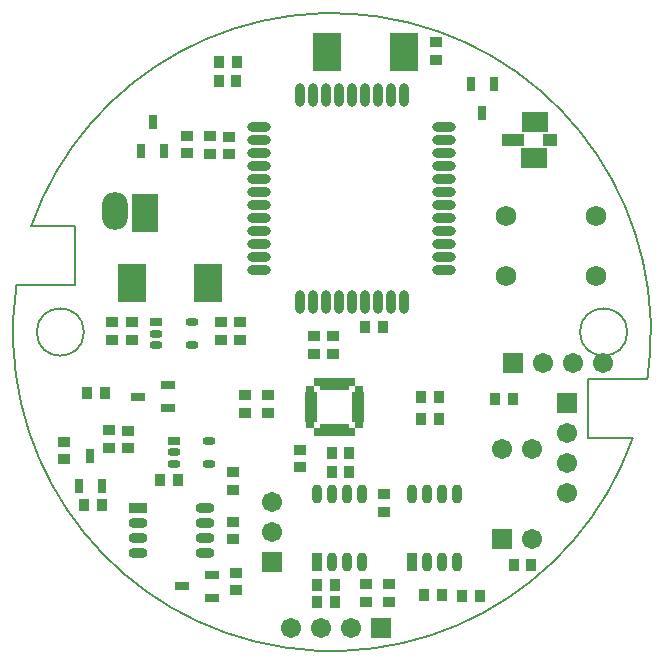
<source format=gts>
%FSLAX25Y25*%
%MOIN*%
G70*
G01*
G75*
G04 Layer_Color=8388736*
%ADD10R,0.02756X0.03347*%
%ADD11R,0.03347X0.02756*%
%ADD12R,0.03937X0.03150*%
%ADD13R,0.07874X0.06000*%
%ADD14R,0.07000X0.03150*%
%ADD15O,0.07087X0.02362*%
%ADD16O,0.02362X0.07087*%
%ADD17R,0.03937X0.02362*%
%ADD18R,0.02362X0.03937*%
%ADD19R,0.01181X0.02165*%
%ADD20R,0.01181X0.03150*%
%ADD21R,0.02165X0.01181*%
%ADD22R,0.03150X0.01181*%
%ADD23O,0.05500X0.02500*%
%ADD24R,0.05500X0.02500*%
%ADD25R,0.08661X0.11811*%
%ADD26O,0.02500X0.05500*%
%ADD27R,0.02500X0.05500*%
%ADD28O,0.03543X0.01969*%
%ADD29R,0.03543X0.01969*%
%ADD30O,0.03543X0.01969*%
%ADD31C,0.01000*%
%ADD32C,0.00800*%
%ADD33C,0.03000*%
%ADD34C,0.02000*%
%ADD35C,0.04000*%
%ADD36C,0.05000*%
%ADD37C,0.06000*%
%ADD38C,0.00600*%
%ADD39C,0.02500*%
%ADD40C,0.00500*%
%ADD41C,0.06000*%
%ADD42R,0.05906X0.05906*%
%ADD43C,0.05906*%
%ADD44R,0.05906X0.05906*%
%ADD45O,0.07874X0.11811*%
%ADD46R,0.07874X0.11811*%
%ADD47C,0.03000*%
%ADD48C,0.02000*%
%ADD49C,0.05000*%
%ADD50R,0.02559X0.04843*%
%ADD51R,0.02756X0.08268*%
%ADD52R,0.01575X0.03347*%
%ADD53C,0.07000*%
%ADD54C,0.02362*%
%ADD55C,0.00984*%
%ADD56C,0.00787*%
%ADD57R,0.01575X0.11811*%
%ADD58R,0.03556X0.04147*%
%ADD59R,0.04147X0.03556*%
%ADD60R,0.04737X0.03950*%
%ADD61R,0.08674X0.06800*%
%ADD62R,0.07800X0.03950*%
%ADD63O,0.07887X0.03162*%
%ADD64O,0.03162X0.07887*%
%ADD65R,0.04737X0.03162*%
%ADD66R,0.03162X0.04737*%
%ADD67R,0.01981X0.02965*%
%ADD68R,0.01981X0.03950*%
%ADD69R,0.02965X0.01981*%
%ADD70R,0.03950X0.01981*%
%ADD71O,0.06300X0.03300*%
%ADD72R,0.06300X0.03300*%
%ADD73R,0.09461X0.12611*%
%ADD74O,0.03300X0.06300*%
%ADD75R,0.03300X0.06300*%
%ADD76O,0.04343X0.02769*%
%ADD77R,0.04343X0.02769*%
%ADD78O,0.04343X0.02769*%
%ADD79C,0.06800*%
%ADD80R,0.06706X0.06706*%
%ADD81C,0.06706*%
%ADD82R,0.06706X0.06706*%
%ADD83O,0.08674X0.12611*%
%ADD84R,0.08674X0.12611*%
D40*
X98425Y49D02*
G03*
X98425Y0I-7874J-49D01*
G01*
X-82677Y49D02*
G03*
X-82677Y0I-7874J-49D01*
G01*
X-105128Y15737D02*
G03*
X100221Y-35430I105128J-15737D01*
G01*
X105123Y-15766D02*
G03*
X-100244Y35364I-105123J15766D01*
G01*
X85315Y-15748D02*
X105000D01*
X85315Y-35433D02*
X100229D01*
X85315Y-35348D02*
Y-15748D01*
X-85515Y15748D02*
Y35348D01*
X-100199D02*
X-85515D01*
X-105128Y15748D02*
X-85515D01*
D58*
X-5000Y-84400D02*
D03*
X905D02*
D03*
X29761Y-28896D02*
D03*
X35667D02*
D03*
X-51294Y-49400D02*
D03*
X-57200D02*
D03*
X-31894Y83626D02*
D03*
X-37800D02*
D03*
X-37700Y90126D02*
D03*
X-31795D02*
D03*
X-81500Y-20400D02*
D03*
X-75595D02*
D03*
X60600Y-77500D02*
D03*
X66505D02*
D03*
X10994Y1626D02*
D03*
X16900D02*
D03*
X29767Y-21496D02*
D03*
X35672D02*
D03*
X36645Y-87774D02*
D03*
X30739D02*
D03*
X49300Y-87874D02*
D03*
X43395D02*
D03*
X-100Y-40174D02*
D03*
X5805D02*
D03*
X-100Y-46774D02*
D03*
X5805D02*
D03*
X-82500Y-57500D02*
D03*
X-76595D02*
D03*
X-5000Y-90000D02*
D03*
X905D02*
D03*
X54500Y-22400D02*
D03*
X60405D02*
D03*
D59*
X-28865Y-21074D02*
D03*
Y-26980D02*
D03*
X17200Y-53988D02*
D03*
Y-59894D02*
D03*
X-10500Y-45074D02*
D03*
Y-39169D02*
D03*
X-33000Y-52500D02*
D03*
Y-46595D02*
D03*
X-34400Y65095D02*
D03*
Y59190D02*
D03*
X-21300Y-21074D02*
D03*
Y-26980D02*
D03*
X-40800Y59300D02*
D03*
Y65206D02*
D03*
X400Y-7174D02*
D03*
Y-1268D02*
D03*
X-89400Y-36500D02*
D03*
Y-42406D02*
D03*
X-31900Y-80200D02*
D03*
Y-86106D02*
D03*
X-30700Y-2679D02*
D03*
Y3226D02*
D03*
X-66800Y-2679D02*
D03*
Y3226D02*
D03*
X-5900Y-1268D02*
D03*
Y-7174D02*
D03*
X-73400Y3232D02*
D03*
Y-2674D02*
D03*
X-37000Y3226D02*
D03*
Y-2679D02*
D03*
X-33000Y-63200D02*
D03*
Y-69105D02*
D03*
X19000Y-90000D02*
D03*
Y-84095D02*
D03*
X-48400Y65500D02*
D03*
Y59595D02*
D03*
X11300Y-90000D02*
D03*
Y-84095D02*
D03*
X-74300Y-38680D02*
D03*
Y-32774D02*
D03*
X34700Y96605D02*
D03*
Y90700D02*
D03*
X-67900Y-32874D02*
D03*
Y-38780D02*
D03*
D60*
X72600Y64000D02*
D03*
D61*
X67600Y70136D02*
D03*
X67500Y57900D02*
D03*
D62*
X60364Y64000D02*
D03*
D63*
X-24300Y68326D02*
D03*
Y63995D02*
D03*
Y59665D02*
D03*
Y55334D02*
D03*
Y51003D02*
D03*
Y46672D02*
D03*
Y42342D02*
D03*
Y38011D02*
D03*
Y33680D02*
D03*
Y29350D02*
D03*
Y25019D02*
D03*
Y20688D02*
D03*
X37511D02*
D03*
Y25019D02*
D03*
Y29350D02*
D03*
Y33680D02*
D03*
Y38011D02*
D03*
Y42342D02*
D03*
Y46672D02*
D03*
Y51003D02*
D03*
Y55334D02*
D03*
Y59665D02*
D03*
Y63995D02*
D03*
Y68326D02*
D03*
D64*
X-10717Y9861D02*
D03*
X-6387D02*
D03*
X-2056D02*
D03*
X2275D02*
D03*
X6605D02*
D03*
X10936D02*
D03*
X15267D02*
D03*
X19598D02*
D03*
X23928D02*
D03*
Y79153D02*
D03*
X19598D02*
D03*
X15267D02*
D03*
X10936D02*
D03*
X6605D02*
D03*
X2275D02*
D03*
X-2056D02*
D03*
X-6387D02*
D03*
X-10717D02*
D03*
D65*
X-54800Y-25474D02*
D03*
X-64643Y-21537D02*
D03*
X-54800Y-17600D02*
D03*
X-40100Y-88700D02*
D03*
X-49942Y-84763D02*
D03*
X-40100Y-80826D02*
D03*
D66*
X-84426Y-51300D02*
D03*
X-80489Y-41458D02*
D03*
X-76552Y-51300D02*
D03*
X54100Y82700D02*
D03*
X50163Y72857D02*
D03*
X46226Y82700D02*
D03*
X-63700Y60200D02*
D03*
X-59763Y70043D02*
D03*
X-55826Y60200D02*
D03*
D67*
X-5012Y-16692D02*
D03*
X6799D02*
D03*
Y-33267D02*
D03*
X-5012D02*
D03*
D68*
X-3043Y-17184D02*
D03*
X-1075D02*
D03*
X894D02*
D03*
X2862D02*
D03*
X4831D02*
D03*
Y-32775D02*
D03*
X2862D02*
D03*
X894D02*
D03*
X-1075D02*
D03*
X-3043D02*
D03*
D69*
X9181Y-19074D02*
D03*
Y-30885D02*
D03*
X-7394D02*
D03*
Y-19074D02*
D03*
D70*
X8689Y-21043D02*
D03*
Y-23011D02*
D03*
Y-24980D02*
D03*
Y-26948D02*
D03*
Y-28916D02*
D03*
X-6902D02*
D03*
Y-26948D02*
D03*
Y-24980D02*
D03*
Y-23011D02*
D03*
Y-21043D02*
D03*
D71*
X-64800Y-63774D02*
D03*
X-42162D02*
D03*
X-64800Y-73774D02*
D03*
Y-68774D02*
D03*
X-42162Y-73774D02*
D03*
Y-58774D02*
D03*
Y-68774D02*
D03*
D72*
X-64800Y-58774D02*
D03*
D73*
X23928Y93500D02*
D03*
X-1662D02*
D03*
X-41209Y16200D02*
D03*
X-66800D02*
D03*
D74*
X31645Y-76626D02*
D03*
Y-53988D02*
D03*
X41645Y-76626D02*
D03*
X36645D02*
D03*
X41645Y-53988D02*
D03*
X26645D02*
D03*
X36645D02*
D03*
X0Y-76674D02*
D03*
Y-54036D02*
D03*
X10000Y-76674D02*
D03*
X5000D02*
D03*
X10000Y-54036D02*
D03*
X-5000D02*
D03*
X5000D02*
D03*
D75*
X26645Y-76626D02*
D03*
X-5000Y-76674D02*
D03*
D76*
X-46689Y-4254D02*
D03*
X-58500Y-514D02*
D03*
Y-4254D02*
D03*
X-40889Y-43880D02*
D03*
X-52700Y-40140D02*
D03*
Y-43880D02*
D03*
D77*
X-58500Y3226D02*
D03*
X-52700Y-36400D02*
D03*
D78*
X-46689Y3226D02*
D03*
X-40889Y-36400D02*
D03*
D79*
X57933Y18602D02*
D03*
Y38602D02*
D03*
X87934Y18602D02*
D03*
Y38602D02*
D03*
D80*
X16300Y-98800D02*
D03*
X60400Y-10474D02*
D03*
D81*
X6300Y-98800D02*
D03*
X-3700D02*
D03*
X-13700D02*
D03*
X70400Y-10474D02*
D03*
X80400D02*
D03*
X90400D02*
D03*
X-20100Y-56774D02*
D03*
Y-66774D02*
D03*
X66600Y-39100D02*
D03*
X56600D02*
D03*
X66600Y-69100D02*
D03*
X78300Y-33700D02*
D03*
Y-43700D02*
D03*
Y-53700D02*
D03*
D82*
X-20100Y-76774D02*
D03*
X56600Y-69100D02*
D03*
X78300Y-23700D02*
D03*
D83*
X-72400Y40194D02*
D03*
D84*
X-62400Y39800D02*
D03*
M02*

</source>
